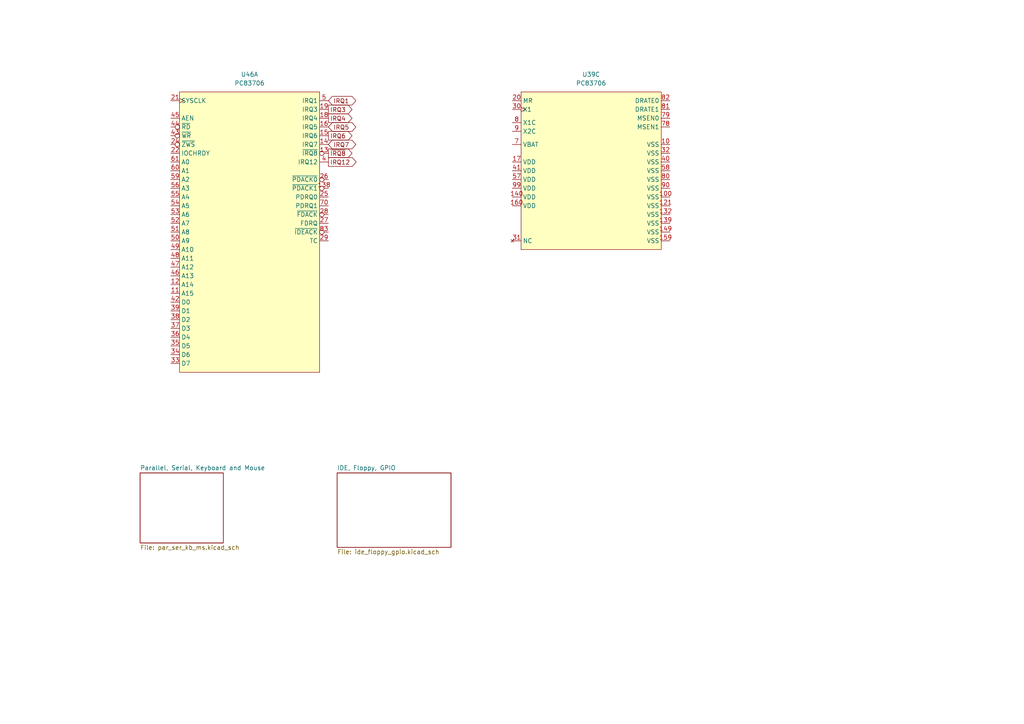
<source format=kicad_sch>
(kicad_sch (version 20231120) (generator "eeschema") (generator_version "8.0")
  (paper "A4")
  (lib_symbols
    (symbol "m68k-hbc-ic:PC83706"
      (property "Reference" "U" (at -0.254 1.27 0))
      (property "Value" "PC83706" (at -0.254 -1.016 0))
      (symbol "PC83706_1_0"
        (pin input line (at -22.86 -17.78 0) (length 2.54) (name "A15") (number "11"))
        (pin input line (at -22.86 -15.24 0) (length 2.54) (name "A14") (number "12"))
        (pin output inverted (at 22.86 22.86 180) (length 2.54) (name "~{IRQ8}") (number "13"))
        (pin input inverted (at 22.86 12.7 180) (length 2.54) (name "~{PDACK1}") (number "138"))
        (pin bidirectional line (at 22.86 25.4 180) (length 2.54) (name "IRQ7") (number "14"))
        (pin output line (at 22.86 27.94 180) (length 2.54) (name "IRQ6") (number "15"))
        (pin bidirectional line (at 22.86 30.48 180) (length 2.54) (name "IRQ5") (number "16"))
        (pin output line (at 22.86 33.02 180) (length 2.54) (name "IRQ4") (number "18"))
        (pin output line (at 22.86 35.56 180) (length 2.54) (name "IRQ3") (number "19"))
        (pin input clock (at -22.86 38.1 0) (length 2.54) (name "SYSCLK") (number "21"))
        (pin output line (at -22.86 22.86 0) (length 2.54) (name "IOCHRDY") (number "22"))
        (pin output inverted (at -22.86 25.4 0) (length 2.54) (name "~{ZWS}") (number "24"))
        (pin output line (at 22.86 10.16 180) (length 2.54) (name "PDRQ0") (number "25"))
        (pin input inverted (at 22.86 15.24 180) (length 2.54) (name "~{PDACK0}") (number "26"))
        (pin output line (at 22.86 2.54 180) (length 2.54) (name "FDRQ") (number "27"))
        (pin input inverted (at 22.86 5.08 180) (length 2.54) (name "~{FDACK}") (number "28"))
        (pin input line (at 22.86 -2.54 180) (length 2.54) (name "TC") (number "29"))
        (pin bidirectional line (at -22.86 -38.1 0) (length 2.54) (name "D7") (number "33"))
        (pin bidirectional line (at -22.86 -35.56 0) (length 2.54) (name "D6") (number "34"))
        (pin bidirectional line (at -22.86 -33.02 0) (length 2.54) (name "D5") (number "35"))
        (pin bidirectional line (at -22.86 -30.48 0) (length 2.54) (name "D4") (number "36"))
        (pin bidirectional line (at -22.86 -27.94 0) (length 2.54) (name "D3") (number "37"))
        (pin bidirectional line (at -22.86 -25.4 0) (length 2.54) (name "D2") (number "38"))
        (pin bidirectional line (at -22.86 -22.86 0) (length 2.54) (name "D1") (number "39"))
        (pin bidirectional line (at 22.86 20.32 180) (length 2.54) (name "IRQ12") (number "4"))
        (pin bidirectional line (at -22.86 -20.32 0) (length 2.54) (name "D0") (number "42"))
        (pin input inverted (at -22.86 27.94 0) (length 2.54) (name "~{WR}") (number "43"))
        (pin input inverted (at -22.86 30.48 0) (length 2.54) (name "~{RD}") (number "44"))
        (pin input line (at -22.86 33.02 0) (length 2.54) (name "AEN") (number "45"))
        (pin input line (at -22.86 -12.7 0) (length 2.54) (name "A13") (number "46"))
        (pin input line (at -22.86 -10.16 0) (length 2.54) (name "A12") (number "47"))
        (pin input line (at -22.86 -7.62 0) (length 2.54) (name "A11") (number "48"))
        (pin input line (at -22.86 -5.08 0) (length 2.54) (name "A10") (number "49"))
        (pin bidirectional line (at 22.86 38.1 180) (length 2.54) (name "IRQ1") (number "5"))
        (pin input line (at -22.86 -2.54 0) (length 2.54) (name "A9") (number "50"))
        (pin input line (at -22.86 0 0) (length 2.54) (name "A8") (number "51"))
        (pin input line (at -22.86 2.54 0) (length 2.54) (name "A7") (number "52"))
        (pin input line (at -22.86 5.08 0) (length 2.54) (name "A6") (number "53"))
        (pin input line (at -22.86 7.62 0) (length 2.54) (name "A5") (number "54"))
        (pin input line (at -22.86 10.16 0) (length 2.54) (name "A4") (number "55"))
        (pin input line (at -22.86 12.7 0) (length 2.54) (name "A3") (number "56"))
        (pin input line (at -22.86 15.24 0) (length 2.54) (name "A2") (number "59"))
        (pin input line (at -22.86 17.78 0) (length 2.54) (name "A1") (number "60"))
        (pin input line (at -22.86 20.32 0) (length 2.54) (name "A0") (number "61"))
        (pin output line (at 22.86 7.62 180) (length 2.54) (name "PDRQ1") (number "70"))
        (pin input inverted (at 22.86 0 180) (length 2.54) (name "~{IDEACK}") (number "83"))
      )
      (symbol "PC83706_1_1"
        (rectangle (start -20.32 40.64) (end 20.32 -40.64) (fill (type background)))
      )
      (symbol "PC83706_2_0"
        (pin output inverted (at 22.86 2.54 180) (length 2.54) (name "~{RTS2}") (number "101"))
        (pin input line (at 22.86 5.08 180) (length 2.54) (name "SIN2") (number "102"))
        (pin input inverted (at 22.86 -5.08 180) (length 2.54) (name "~{DSR2}") (number "103"))
        (pin input inverted (at 22.86 -7.62 180) (length 2.54) (name "~{DCD2}") (number "104"))
        (pin input inverted (at 22.86 12.7 180) (length 2.54) (name "~{RI1}") (number "105"))
        (pin output inverted (at 22.86 22.86 180) (length 2.54) (name "~{DTR1}/CFG1") (number "106"))
        (pin input inverted (at 22.86 20.32 180) (length 2.54) (name "~{CTS1}") (number "107"))
        (pin output line (at 22.86 30.48 180) (length 2.54) (name "SOUT1/BOUT1/BADDR1") (number "108"))
        (pin output inverted (at 22.86 25.4 180) (length 2.54) (name "~{RTS1}/BADDR0") (number "109"))
        (pin input line (at 22.86 27.94 180) (length 2.54) (name "SIN1") (number "110"))
        (pin input inverted (at 22.86 17.78 180) (length 2.54) (name "~{DSR1}") (number "111"))
        (pin input inverted (at 22.86 15.24 180) (length 2.54) (name "~{DCD1}") (number "112"))
        (pin input line (at 22.86 38.1 180) (length 2.54) (name "IRRX") (number "113"))
        (pin output line (at 22.86 35.56 180) (length 2.54) (name "IRTX") (number "114"))
        (pin bidirectional inverted (at -22.86 35.56 0) (length 2.54) (name "~{AFD}/~{DSTRB}") (number "119"))
        (pin input inverted (at -22.86 25.4 0) (length 2.54) (name "~{ERR}") (number "120"))
        (pin bidirectional inverted (at -22.86 30.48 0) (length 2.54) (name "~{INIT}") (number "122"))
        (pin bidirectional inverted (at -22.86 38.1 0) (length 2.54) (name "~{SLIN}/~{ASTRB}") (number "123"))
        (pin input line (at -22.86 22.86 0) (length 2.54) (name "SLCT") (number "124"))
        (pin input line (at -22.86 20.32 0) (length 2.54) (name "PE") (number "125"))
        (pin input line (at -22.86 17.78 0) (length 2.54) (name "BUSY/~{WAIT}") (number "126"))
        (pin input inverted (at -22.86 27.94 0) (length 2.54) (name "~{ACK}") (number "127"))
        (pin bidirectional line (at -22.86 -2.54 0) (length 2.54) (name "PD7") (number "128"))
        (pin bidirectional line (at -22.86 0 0) (length 2.54) (name "PD6") (number "129"))
        (pin bidirectional line (at -22.86 2.54 0) (length 2.54) (name "PD5") (number "130"))
        (pin bidirectional line (at -22.86 5.08 0) (length 2.54) (name "PD4") (number "131"))
        (pin bidirectional line (at -22.86 7.62 0) (length 2.54) (name "PD3") (number "133"))
        (pin bidirectional line (at -22.86 10.16 0) (length 2.54) (name "PD2") (number "134"))
        (pin bidirectional line (at -22.86 12.7 0) (length 2.54) (name "PD1") (number "135"))
        (pin bidirectional line (at -22.86 15.24 0) (length 2.54) (name "PD0") (number "136"))
        (pin output inverted (at -22.86 33.02 0) (length 2.54) (name "~{STB}/~{WRITE}") (number "137"))
        (pin bidirectional line (at -22.86 -20.32 0) (length 2.54) (name "P12") (number "141"))
        (pin bidirectional line (at -22.86 -22.86 0) (length 2.54) (name "P13") (number "142"))
        (pin bidirectional line (at -22.86 -25.4 0) (length 2.54) (name "P14") (number "143"))
        (pin bidirectional line (at -22.86 -27.94 0) (length 2.54) (name "P15") (number "144"))
        (pin bidirectional line (at -22.86 -30.48 0) (length 2.54) (name "P16") (number "145"))
        (pin bidirectional line (at -22.86 -33.02 0) (length 2.54) (name "P17") (number "146"))
        (pin bidirectional line (at -22.86 -35.56 0) (length 2.54) (name "P20") (number "147"))
        (pin bidirectional line (at -22.86 -38.1 0) (length 2.54) (name "P21") (number "148"))
        (pin bidirectional clock (at -22.86 -12.7 0) (length 2.54) (name "MCLK") (number "91"))
        (pin bidirectional line (at -22.86 -15.24 0) (length 2.54) (name "MDAT") (number "92"))
        (pin bidirectional line (at -22.86 -10.16 0) (length 2.54) (name "KBDAT") (number "93"))
        (pin bidirectional clock (at -22.86 -7.62 0) (length 2.54) (name "KBCLK") (number "94"))
        (pin input inverted (at 22.86 -10.16 180) (length 2.54) (name "~{RI2}") (number "95"))
        (pin output inverted (at 22.86 0 180) (length 2.54) (name "~{DTR2}") (number "96"))
        (pin input inverted (at 22.86 -2.54 180) (length 2.54) (name "~{CTS2}") (number "97"))
        (pin output line (at 22.86 7.62 180) (length 2.54) (name "SOUT2/BOUT2") (number "98"))
      )
      (symbol "PC83706_2_1"
        (rectangle (start -20.32 40.64) (end 20.32 -40.64) (fill (type background)))
      )
      (symbol "PC83706_3_0"
        (pin power_in line (at 22.86 7.62 180) (length 2.54) (name "VSS") (number "10"))
        (pin power_in line (at 22.86 -7.62 180) (length 2.54) (name "VSS") (number "100"))
        (pin power_in line (at 22.86 -10.16 180) (length 2.54) (name "VSS") (number "121"))
        (pin power_in line (at 22.86 -12.7 180) (length 2.54) (name "VSS") (number "132"))
        (pin power_in line (at 22.86 -15.24 180) (length 2.54) (name "VSS") (number "139"))
        (pin power_in line (at -22.86 -7.62 0) (length 2.54) (name "VDD") (number "140"))
        (pin power_in line (at 22.86 -17.78 180) (length 2.54) (name "VSS") (number "149"))
        (pin power_in line (at 22.86 -20.32 180) (length 2.54) (name "VSS") (number "159"))
        (pin power_in line (at -22.86 -10.16 0) (length 2.54) (name "VDD") (number "160"))
        (pin power_in line (at -22.86 2.54 0) (length 2.54) (name "VDD") (number "17"))
        (pin input line (at -22.86 20.32 0) (length 2.54) (name "MR") (number "20"))
        (pin input clock (at -22.86 17.78 0) (length 2.54) (name "X1") (number "30"))
        (pin no_connect line (at -22.86 -20.32 0) (length 2.54) (name "NC") (number "31"))
        (pin power_in line (at 22.86 5.08 180) (length 2.54) (name "VSS") (number "32"))
        (pin power_in line (at 22.86 2.54 180) (length 2.54) (name "VSS") (number "40"))
        (pin power_in line (at -22.86 0 0) (length 2.54) (name "VDD") (number "41"))
        (pin power_in line (at -22.86 -2.54 0) (length 2.54) (name "VDD") (number "57"))
        (pin power_in line (at 22.86 0 180) (length 2.54) (name "VSS") (number "58"))
        (pin power_in line (at -22.86 7.62 0) (length 2.54) (name "VBAT") (number "7"))
        (pin input line (at 22.86 12.7 180) (length 2.54) (name "MSEN1") (number "78"))
        (pin input line (at 22.86 15.24 180) (length 2.54) (name "MSEN0") (number "79"))
        (pin input line (at -22.86 13.97 0) (length 2.54) (name "X1C") (number "8"))
        (pin power_in line (at 22.86 -2.54 180) (length 2.54) (name "VSS") (number "80"))
        (pin output line (at 22.86 17.78 180) (length 2.54) (name "DRATE1") (number "81"))
        (pin output line (at 22.86 20.32 180) (length 2.54) (name "DRATE0") (number "82"))
        (pin output line (at -22.86 11.43 0) (length 2.54) (name "X2C") (number "9"))
        (pin power_in line (at 22.86 -5.08 180) (length 2.54) (name "VSS") (number "90"))
        (pin power_in line (at -22.86 -5.08 0) (length 2.54) (name "VDD") (number "99"))
      )
      (symbol "PC83706_3_1"
        (rectangle (start -20.32 22.86) (end 20.32 -22.86) (fill (type background)))
      )
      (symbol "PC83706_4_0"
        (pin bidirectional line (at -22.86 16.51 0) (length 2.54) (name "GPIO12") (number "1"))
        (pin bidirectional line (at -22.86 -16.51 0) (length 2.54) (name "GPIO27") (number "115"))
        (pin bidirectional line (at -22.86 -13.97 0) (length 2.54) (name "GPIO26") (number "116"))
        (pin bidirectional line (at -22.86 -11.43 0) (length 2.54) (name "GPIO25") (number "117"))
        (pin bidirectional line (at -22.86 -8.89 0) (length 2.54) (name "GPIO24") (number "118"))
        (pin bidirectional line (at -22.86 -6.35 0) (length 2.54) (name "GPIO23") (number "150"))
        (pin bidirectional line (at -22.86 -3.81 0) (length 2.54) (name "GPIO22") (number "151"))
        (pin bidirectional line (at -22.86 -1.27 0) (length 2.54) (name "GPIO21") (number "152"))
        (pin bidirectional line (at -22.86 1.27 0) (length 2.54) (name "GPIO20") (number "153"))
        (pin bidirectional line (at -22.86 3.81 0) (length 2.54) (name "GPIO17") (number "154"))
        (pin bidirectional line (at -22.86 6.35 0) (length 2.54) (name "GPIO16") (number "155"))
        (pin bidirectional line (at -22.86 8.89 0) (length 2.54) (name "GPIO15") (number "156"))
        (pin bidirectional line (at -22.86 11.43 0) (length 2.54) (name "GPIO14") (number "157"))
        (pin bidirectional line (at -22.86 13.97 0) (length 2.54) (name "GPIO13") (number "158"))
        (pin bidirectional line (at -22.86 19.05 0) (length 2.54) (name "GPIO11") (number "2"))
        (pin output inverted (at -22.86 24.13 0) (length 2.54) (name "~{CS1}") (number "23"))
        (pin bidirectional line (at -22.86 21.59 0) (length 2.54) (name "GPIO10") (number "3"))
        (pin output inverted (at -22.86 26.67 0) (length 2.54) (name "~{CS0}") (number "6"))
        (pin output inverted (at 22.86 1.27 180) (length 2.54) (name "~{HDSEL}") (number "62"))
        (pin input inverted (at 22.86 8.89 180) (length 2.54) (name "~{RDATA}") (number "63"))
        (pin input inverted (at 22.86 -13.97 180) (length 2.54) (name "~{WP}") (number "64"))
        (pin input inverted (at 22.86 -6.35 180) (length 2.54) (name "~{TRK0}") (number "65"))
        (pin output inverted (at 22.86 3.81 180) (length 2.54) (name "~{WGATE}") (number "66"))
        (pin output inverted (at 22.86 6.35 180) (length 2.54) (name "~{WDATA}") (number "67"))
        (pin output inverted (at 22.86 -3.81 180) (length 2.54) (name "~{STEP}") (number "68"))
        (pin output inverted (at 22.86 -1.27 180) (length 2.54) (name "~{DIR}") (number "69"))
        (pin input inverted (at 22.86 -11.43 180) (length 2.54) (name "~{DSKCHG}") (number "71"))
        (pin output inverted (at 22.86 -21.59 180) (length 2.54) (name "~{MTR1}") (number "72"))
        (pin output inverted (at 22.86 -24.13 180) (length 2.54) (name "~{DR0}") (number "73"))
        (pin output inverted (at 22.86 -26.67 180) (length 2.54) (name "~{DR1}") (number "74"))
        (pin output inverted (at 22.86 -19.05 180) (length 2.54) (name "~{MTR0}") (number "75"))
        (pin input inverted (at 22.86 -8.89 180) (length 2.54) (name "~{INDEX}") (number "76"))
        (pin output line (at 22.86 -16.51 180) (length 2.54) (name "DENSEL") (number "77"))
        (pin input line (at 22.86 16.51 180) (length 2.54) (name "~{IDELO}/CFG0") (number "84"))
        (pin output inverted (at 22.86 19.05 180) (length 2.54) (name "~{IDEHI}") (number "85"))
        (pin output inverted (at 22.86 24.13 180) (length 2.54) (name "~{HCS1}") (number "86"))
        (pin output inverted (at 22.86 26.67 180) (length 2.54) (name "~{HCS0}/SELCS") (number "87"))
        (pin input inverted (at 22.86 13.97 180) (length 2.54) (name "~{IOCS16}") (number "88"))
        (pin bidirectional line (at 22.86 21.59 180) (length 2.54) (name "IDED7") (number "89"))
      )
      (symbol "PC83706_4_1"
        (rectangle (start -20.32 29.21) (end 20.32 -29.21) (fill (type background)))
      )
    )
  )
  (global_label "IRQ5" (shape bidirectional) (at 95.25 36.83 0) (property "Intersheetrefs" "${INTERSHEET_REFS}" (effects (hide yes))))
  (global_label "IRQ1" (shape bidirectional) (at 95.25 29.21 0) (property "Intersheetrefs" "${INTERSHEET_REFS}" (effects (hide yes))))
  (global_label "IRQ6" (shape output) (at 95.25 39.37 0) (property "Intersheetrefs" "${INTERSHEET_REFS}" (effects (hide yes))))
  (global_label "IRQ4" (shape output) (at 95.25 34.29 0) (property "Intersheetrefs" "${INTERSHEET_REFS}" (effects (hide yes))))
  (global_label "IRQ12" (shape output) (at 95.25 46.99 0) (property "Intersheetrefs" "${INTERSHEET_REFS}" (effects (hide yes))))
  (global_label "IRQ3" (shape output) (at 95.25 31.75 0) (property "Intersheetrefs" "${INTERSHEET_REFS}" (effects (hide yes))))
  (global_label "IRQ7" (shape bidirectional) (at 95.25 41.91 0) (property "Intersheetrefs" "${INTERSHEET_REFS}" (effects (hide yes))))
  (global_label "~{IRQ8}" (shape output) (at 95.25 44.45 0) (property "Intersheetrefs" "${INTERSHEET_REFS}" (effects (hide yes))))
  (symbol (lib_id "m68k-hbc-ic:PC83706") (at 72.39 67.31 0) (unit 1)
    (property "Reference" "U46" (at 72.39 21.59 0))
    (property "Value" "PC83706" (at 72.39 24.13 0))
    (property "Footprint" "Package_QFP:PQFP-160_28x28mm_P0.65mm" (effects (hide yes)))
    (property "Datasheet" "https://pdf.datasheetcatalog.com/datasheet/nationalsemiconductor/DS012379.PDF" (effects (hide yes)))
    (property "Description" "PC87306SuperI/OTM EnhancedSidewinderLite Floppy Disk Controller, Keyboard Controller, Real-Time Clock, Dual UARTs, Infrared Interface, IEEE 1284 Parallel Port, and IDE Interface" (effects (hide yes)))
  )
  (symbol (lib_id "m68k-hbc-ic:PC83706") (at 171.45 49.53 0) (unit 3)
    (property "Reference" "U39" (at 171.45 21.59 0))
    (property "Value" "PC83706" (at 171.45 24.13 0))
    (property "Footprint" "Package_QFP:PQFP-160_28x28mm_P0.65mm" (effects (hide yes)))
    (property "Datasheet" "https://pdf.datasheetcatalog.com/datasheet/nationalsemiconductor/DS012379.PDF" (effects (hide yes)))
    (property "Description" "PC87306SuperI/OTM EnhancedSidewinderLite Floppy Disk Controller, Keyboard Controller, Real-Time Clock, Dual UARTs, Infrared Interface, IEEE 1284 Parallel Port, and IDE Interface" (effects (hide yes)))
  )
  (sheet (at 40.64 137.16) (size 24.13 20.32) (stroke (width 0.1524))
    (property "Sheetname" "Parallel, Serial, Keyboard and Mouse" (at 40.64 136.4484 0) (effects (justify left bottom)))
    (property "Sheetfile" "par_ser_kb_ms.kicad_sch" (at 40.64 158.0646 0) (effects (justify left top)))
  )
  (sheet (at 97.79 137.16) (size 33.02 21.59) (stroke (width 0.1524))
    (property "Sheetname" "IDE, Floppy, GPIO" (at 97.79 136.4484 0) (effects (justify left bottom)))
    (property "Sheetfile" "ide_floppy_gpio.kicad_sch" (at 97.79 159.3346 0) (effects (justify left top)))
  )
)
</source>
